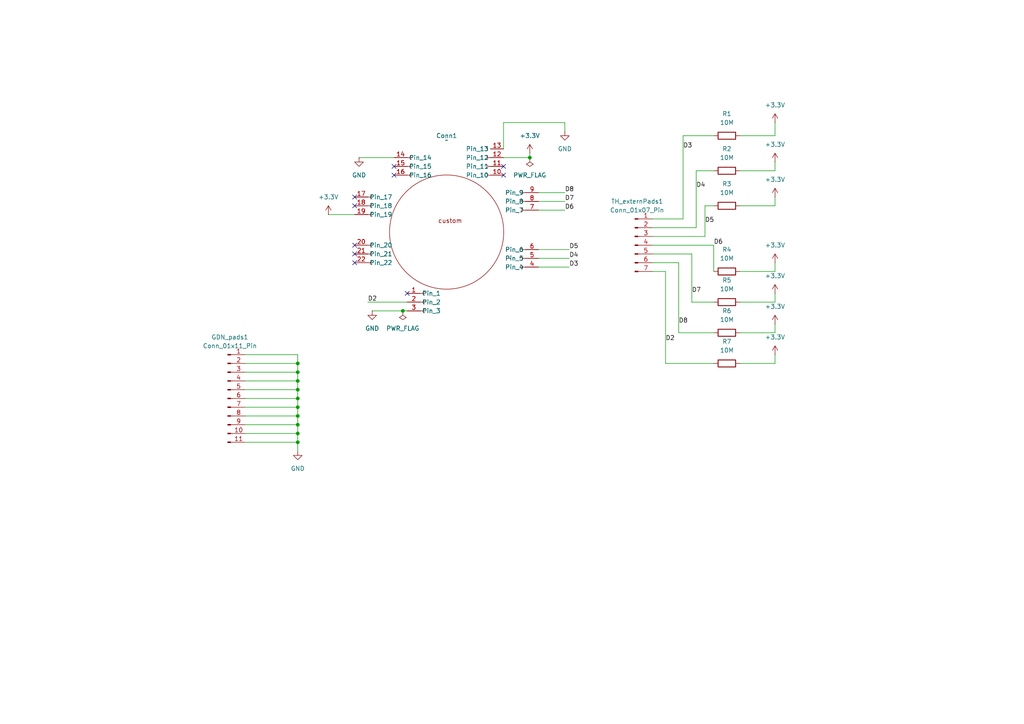
<source format=kicad_sch>
(kicad_sch (version 20231120) (generator "eeschema") (generator_version "8.0")
  (paper "A4")
  (lib_symbols
    (symbol "Connector:Conn_01x07_Pin" (pin_names (offset 1.016) hide)
      (property "Reference" "J" (at 0 10.16 0))
      (property "Value" "Conn_01x07_Pin" (at 0 -10.16 0))
      (symbol "Conn_01x07_Pin_1_1"
        (polyline (pts (xy 1.27 -7.62) (xy 0.8636 -7.62)) (stroke (width 0.1524)))
        (polyline (pts (xy 1.27 -5.08) (xy 0.8636 -5.08)) (stroke (width 0.1524)))
        (polyline (pts (xy 1.27 -2.54) (xy 0.8636 -2.54)) (stroke (width 0.1524)))
        (polyline (pts (xy 1.27 0) (xy 0.8636 0)) (stroke (width 0.1524)))
        (polyline (pts (xy 1.27 2.54) (xy 0.8636 2.54)) (stroke (width 0.1524)))
        (polyline (pts (xy 1.27 5.08) (xy 0.8636 5.08)) (stroke (width 0.1524)))
        (polyline (pts (xy 1.27 7.62) (xy 0.8636 7.62)) (stroke (width 0.1524)))
        (rectangle (start 0.8636 -7.493) (end 0 -7.747) (stroke (width 0.1524)) (fill (type outline)))
        (rectangle (start 0.8636 -4.953) (end 0 -5.207) (stroke (width 0.1524)) (fill (type outline)))
        (rectangle (start 0.8636 -2.413) (end 0 -2.667) (stroke (width 0.1524)) (fill (type outline)))
        (rectangle (start 0.8636 0.127) (end 0 -0.127) (stroke (width 0.1524)) (fill (type outline)))
        (rectangle (start 0.8636 2.667) (end 0 2.413) (stroke (width 0.1524)) (fill (type outline)))
        (rectangle (start 0.8636 5.207) (end 0 4.953) (stroke (width 0.1524)) (fill (type outline)))
        (rectangle (start 0.8636 7.747) (end 0 7.493) (stroke (width 0.1524)) (fill (type outline)))
        (pin passive line (at 5.08 7.62 180) (length 3.81) (name "Pin_1") (number "1"))
        (pin passive line (at 5.08 5.08 180) (length 3.81) (name "Pin_2") (number "2"))
        (pin passive line (at 5.08 2.54 180) (length 3.81) (name "Pin_3") (number "3"))
        (pin passive line (at 5.08 0 180) (length 3.81) (name "Pin_4") (number "4"))
        (pin passive line (at 5.08 -2.54 180) (length 3.81) (name "Pin_5") (number "5"))
        (pin passive line (at 5.08 -5.08 180) (length 3.81) (name "Pin_6") (number "6"))
        (pin passive line (at 5.08 -7.62 180) (length 3.81) (name "Pin_7") (number "7"))
      )
    )
    (symbol "Connector:Conn_01x11_Pin" (pin_names (offset 1.016) hide)
      (property "Reference" "J" (at 0 15.24 0))
      (property "Value" "Conn_01x11_Pin" (at 0 -15.24 0))
      (symbol "Conn_01x11_Pin_1_1"
        (polyline (pts (xy 1.27 -12.7) (xy 0.8636 -12.7)) (stroke (width 0.1524)))
        (polyline (pts (xy 1.27 -10.16) (xy 0.8636 -10.16)) (stroke (width 0.1524)))
        (polyline (pts (xy 1.27 -7.62) (xy 0.8636 -7.62)) (stroke (width 0.1524)))
        (polyline (pts (xy 1.27 -5.08) (xy 0.8636 -5.08)) (stroke (width 0.1524)))
        (polyline (pts (xy 1.27 -2.54) (xy 0.8636 -2.54)) (stroke (width 0.1524)))
        (polyline (pts (xy 1.27 0) (xy 0.8636 0)) (stroke (width 0.1524)))
        (polyline (pts (xy 1.27 2.54) (xy 0.8636 2.54)) (stroke (width 0.1524)))
        (polyline (pts (xy 1.27 5.08) (xy 0.8636 5.08)) (stroke (width 0.1524)))
        (polyline (pts (xy 1.27 7.62) (xy 0.8636 7.62)) (stroke (width 0.1524)))
        (polyline (pts (xy 1.27 10.16) (xy 0.8636 10.16)) (stroke (width 0.1524)))
        (polyline (pts (xy 1.27 12.7) (xy 0.8636 12.7)) (stroke (width 0.1524)))
        (rectangle (start 0.8636 -12.573) (end 0 -12.827) (stroke (width 0.1524)) (fill (type outline)))
        (rectangle (start 0.8636 -10.033) (end 0 -10.287) (stroke (width 0.1524)) (fill (type outline)))
        (rectangle (start 0.8636 -7.493) (end 0 -7.747) (stroke (width 0.1524)) (fill (type outline)))
        (rectangle (start 0.8636 -4.953) (end 0 -5.207) (stroke (width 0.1524)) (fill (type outline)))
        (rectangle (start 0.8636 -2.413) (end 0 -2.667) (stroke (width 0.1524)) (fill (type outline)))
        (rectangle (start 0.8636 0.127) (end 0 -0.127) (stroke (width 0.1524)) (fill (type outline)))
        (rectangle (start 0.8636 2.667) (end 0 2.413) (stroke (width 0.1524)) (fill (type outline)))
        (rectangle (start 0.8636 5.207) (end 0 4.953) (stroke (width 0.1524)) (fill (type outline)))
        (rectangle (start 0.8636 7.747) (end 0 7.493) (stroke (width 0.1524)) (fill (type outline)))
        (rectangle (start 0.8636 10.287) (end 0 10.033) (stroke (width 0.1524)) (fill (type outline)))
        (rectangle (start 0.8636 12.827) (end 0 12.573) (stroke (width 0.1524)) (fill (type outline)))
        (pin passive line (at 5.08 12.7 180) (length 3.81) (name "Pin_1") (number "1"))
        (pin passive line (at 5.08 -10.16 180) (length 3.81) (name "Pin_10") (number "10"))
        (pin passive line (at 5.08 -12.7 180) (length 3.81) (name "Pin_11") (number "11"))
        (pin passive line (at 5.08 10.16 180) (length 3.81) (name "Pin_2") (number "2"))
        (pin passive line (at 5.08 7.62 180) (length 3.81) (name "Pin_3") (number "3"))
        (pin passive line (at 5.08 5.08 180) (length 3.81) (name "Pin_4") (number "4"))
        (pin passive line (at 5.08 2.54 180) (length 3.81) (name "Pin_5") (number "5"))
        (pin passive line (at 5.08 0 180) (length 3.81) (name "Pin_6") (number "6"))
        (pin passive line (at 5.08 -2.54 180) (length 3.81) (name "Pin_7") (number "7"))
        (pin passive line (at 5.08 -5.08 180) (length 3.81) (name "Pin_8") (number "8"))
        (pin passive line (at 5.08 -7.62 180) (length 3.81) (name "Pin_9") (number "9"))
      )
    )
    (symbol "Device:R" (pin_numbers hide) (pin_names (offset 0))
      (property "Reference" "R" (at 2.032 0 90))
      (property "Value" "R" (at 0 0 90))
      (symbol "R_0_1"
        (rectangle (start -1.016 -2.54) (end 1.016 2.54) (stroke (width 0.254)))
      )
      (symbol "R_1_1"
        (pin passive line (at 0 3.81 270) (length 1.27) (name "~") (number "1"))
        (pin passive line (at 0 -3.81 90) (length 1.27) (name "~") (number "2"))
      )
    )
    (symbol "power:+3.3V" (power) (pin_numbers hide) (pin_names (offset 0) hide)
      (property "Value" "+3.3V" (at 0 3.556 0))
      (symbol "+3.3V_0_1"
        (polyline (pts (xy -0.762 1.27) (xy 0 2.54)))
        (polyline (pts (xy 0 0) (xy 0 2.54)))
        (polyline (pts (xy 0 2.54) (xy 0.762 1.27)))
      )
      (symbol "+3.3V_1_1"
        (pin power_in line (at 0 0 90) (length 0) (name "~") (number "1"))
      )
    )
    (symbol "power:GND" (power) (pin_numbers hide) (pin_names (offset 0) hide)
      (property "Value" "GND" (at 0 -3.81 0))
      (symbol "GND_0_1"
        (polyline (pts (xy 0 0) (xy 0 -1.27) (xy 1.27 -1.27) (xy 0 -2.54) (xy -1.27 -1.27) (xy 0 -1.27)))
      )
      (symbol "GND_1_1"
        (pin power_in line (at 0 0 270) (length 0) (name "~") (number "1"))
      )
    )
    (symbol "power:PWR_FLAG" (power) (pin_numbers hide) (pin_names (offset 0) hide)
      (property "Value" "PWR_FLAG" (at 0 3.81 0))
      (symbol "PWR_FLAG_0_0"
        (pin power_out line (at 0 0 90) (length 0) (name "~") (number "1"))
      )
      (symbol "PWR_FLAG_0_1"
        (polyline (pts (xy 0 0) (xy 0 1.27) (xy -1.016 1.905) (xy 0 2.54) (xy 1.016 1.905) (xy 0 1.27)))
      )
    )
    (symbol "rp2040_custom_symbols_rodolfo:rp2040_roundStamp_BIG"
      (property "Reference" "Conn" (at 0 0 0))
      (symbol "rp2040_roundStamp_BIG_0_1"
        (circle (center -1.27 -1.27) (radius 16.5588))
      )
      (symbol "rp2040_roundStamp_BIG_1_1"
        (arc (start -22.86 -9.652) (mid -23.3658 -10.16) (end -22.86 -10.668) (stroke (width 0.1524)))
        (arc (start -22.86 -7.112) (mid -23.3658 -7.62) (end -22.86 -8.128) (stroke (width 0.1524)))
        (arc (start -22.86 -4.572) (mid -23.3658 -5.08) (end -22.86 -5.588) (stroke (width 0.1524)))
        (arc (start -22.86 4.318) (mid -23.3658 3.81) (end -22.86 3.302) (stroke (width 0.1524)))
        (arc (start -22.86 6.858) (mid -23.3658 6.35) (end -22.86 5.842) (stroke (width 0.1524)))
        (arc (start -22.86 9.398) (mid -23.3658 8.89) (end -22.86 8.382) (stroke (width 0.1524)))
        (arc (start -11.43 15.748) (mid -11.9358 15.24) (end -11.43 14.732) (stroke (width 0.1524)))
        (arc (start -11.43 18.288) (mid -11.9358 17.78) (end -11.43 17.272) (stroke (width 0.1524)))
        (arc (start -11.43 20.828) (mid -11.9358 20.32) (end -11.43 19.812) (stroke (width 0.1524)))
        (arc (start -7.62 -23.622) (mid -8.1258 -24.13) (end -7.62 -24.638) (stroke (width 0.1524)))
        (arc (start -7.62 -21.082) (mid -8.1258 -21.59) (end -7.62 -22.098) (stroke (width 0.1524)))
        (arc (start -7.62 -18.542) (mid -8.1258 -19.05) (end -7.62 -19.558) (stroke (width 0.1524)))
        (polyline (pts (xy -24.13 -10.16) (xy -23.368 -10.16)) (stroke (width 0.1524)))
        (polyline (pts (xy -24.13 -7.62) (xy -23.368 -7.62)) (stroke (width 0.1524)))
        (polyline (pts (xy -24.13 -5.08) (xy -23.368 -5.08)) (stroke (width 0.1524)))
        (polyline (pts (xy -24.13 3.81) (xy -23.368 3.81)) (stroke (width 0.1524)))
        (polyline (pts (xy -24.13 6.35) (xy -23.368 6.35)) (stroke (width 0.1524)))
        (polyline (pts (xy -24.13 8.89) (xy -23.368 8.89)) (stroke (width 0.1524)))
        (polyline (pts (xy -12.7 15.24) (xy -11.938 15.24)) (stroke (width 0.1524)))
        (polyline (pts (xy -12.7 17.78) (xy -11.938 17.78)) (stroke (width 0.1524)))
        (polyline (pts (xy -12.7 20.32) (xy -11.938 20.32)) (stroke (width 0.1524)))
        (polyline (pts (xy -8.89 -24.13) (xy -8.128 -24.13)) (stroke (width 0.1524)))
        (polyline (pts (xy -8.89 -21.59) (xy -8.128 -21.59)) (stroke (width 0.1524)))
        (polyline (pts (xy -8.89 -19.05) (xy -8.128 -19.05)) (stroke (width 0.1524)))
        (polyline (pts (xy 11.43 15.24) (xy 10.668 15.24)) (stroke (width 0.1524)))
        (polyline (pts (xy 11.43 17.78) (xy 10.668 17.78)) (stroke (width 0.1524)))
        (polyline (pts (xy 11.43 20.32) (xy 10.668 20.32)) (stroke (width 0.1524)))
        (polyline (pts (xy 16.51 -8.89) (xy 17.272 -8.89)) (stroke (width 0.1524)))
        (polyline (pts (xy 21.59 -11.43) (xy 20.828 -11.43)) (stroke (width 0.1524)))
        (polyline (pts (xy 21.59 -8.89) (xy 20.828 -8.89)) (stroke (width 0.1524)))
        (polyline (pts (xy 21.59 -6.35) (xy 20.828 -6.35)) (stroke (width 0.1524)))
        (polyline (pts (xy 21.59 5.08) (xy 20.828 5.08)) (stroke (width 0.1524)))
        (polyline (pts (xy 21.59 7.62) (xy 20.828 7.62)) (stroke (width 0.1524)))
        (polyline (pts (xy 21.59 10.16) (xy 20.828 10.16)) (stroke (width 0.1524)))
        (arc (start 10.16 17.272) (mid 10.666 17.78) (end 10.16 18.288) (stroke (width 0.1524)))
        (arc (start 10.16 19.812) (mid 10.666 20.32) (end 10.16 20.828) (stroke (width 0.1524)))
        (arc (start 10.16 22.352) (mid 10.666 22.86) (end 10.16 23.368) (stroke (width 0.1524)))
        (arc (start 10.1622 14.732) (mid 10.668 15.24) (end 10.1622 15.748) (stroke (width 0.1524)))
        (arc (start 20.32 -11.938) (mid 20.828 -11.43) (end 20.32 -10.922) (stroke (width 0.1524)))
        (arc (start 20.32 -9.398) (mid 20.828 -8.89) (end 20.32 -8.382) (stroke (width 0.1524)))
        (arc (start 20.32 -6.858) (mid 20.828 -6.35) (end 20.32 -5.842) (stroke (width 0.1524)))
        (arc (start 20.32 4.572) (mid 20.828 5.08) (end 20.32 5.588) (stroke (width 0.1524)))
        (arc (start 20.32 7.112) (mid 20.828 7.62) (end 20.32 8.128) (stroke (width 0.1524)))
        (arc (start 20.3222 9.652) (mid 20.828 10.16) (end 20.3222 10.668) (stroke (width 0.1524)))
        (text "custom" (at -0.254 2.032 0) (effects (font (size 1.27 1.27))))
        (pin passive line (at -12.7 -19.05 0) (length 3.81) (name "Pin_1") (number "1"))
        (pin passive line (at 15.24 15.24 180) (length 3.81) (name "Pin_10") (number "10"))
        (pin passive line (at 15.24 17.78 180) (length 3.81) (name "Pin_11") (number "11"))
        (pin passive line (at 15.24 20.32 180) (length 3.81) (name "Pin_12") (number "12"))
        (pin passive line (at 15.24 22.86 180) (length 3.81) (name "Pin_13") (number "13"))
        (pin passive line (at -16.51 20.32 0) (length 3.81) (name "Pin_14") (number "14"))
        (pin passive line (at -16.51 17.78 0) (length 3.81) (name "Pin_15") (number "15"))
        (pin passive line (at -16.51 15.24 0) (length 3.81) (name "Pin_16") (number "16"))
        (pin passive line (at -27.94 8.89 0) (length 3.81) (name "Pin_17") (number "17"))
        (pin passive line (at -27.94 6.35 0) (length 3.81) (name "Pin_18") (number "18"))
        (pin passive line (at -27.94 3.81 0) (length 3.81) (name "Pin_19") (number "19"))
        (pin passive line (at -12.7 -21.59 0) (length 3.81) (name "Pin_2") (number "2"))
        (pin passive line (at -27.94 -5.08 0) (length 3.81) (name "Pin_20") (number "20"))
        (pin passive line (at -27.94 -7.62 0) (length 3.81) (name "Pin_21") (number "21"))
        (pin passive line (at -27.94 -10.16 0) (length 3.81) (name "Pin_22") (number "22"))
        (pin passive line (at -12.7 -24.13 0) (length 3.81) (name "Pin_3") (number "3"))
        (pin passive line (at 25.4 -11.43 180) (length 3.81) (name "Pin_4") (number "4"))
        (pin passive line (at 25.4 -8.89 180) (length 3.81) (name "Pin_5") (number "5"))
        (pin passive line (at 25.4 -6.35 180) (length 3.81) (name "Pin_6") (number "6"))
        (pin passive line (at 25.4 5.08 180) (length 3.81) (name "Pin_7") (number "7"))
        (pin passive line (at 25.4 7.62 180) (length 3.81) (name "Pin_8") (number "8"))
        (pin passive line (at 25.4 10.16 180) (length 3.81) (name "Pin_9") (number "9"))
      )
    )
  )
  (junction (at 86.36 118.11))
  (junction (at 86.36 107.95))
  (junction (at 86.36 110.49))
  (junction (at 86.36 105.41))
  (junction (at 86.36 113.03))
  (junction (at 86.36 123.19))
  (junction (at 86.36 115.57))
  (junction (at 86.36 125.73))
  (junction (at 86.36 120.65))
  (junction (at 86.36 128.27))
  (junction (at 116.84 90.17))
  (junction (at 153.67 45.72))
  (no_connect (at 118.11 85.09))
  (no_connect (at 102.87 59.69))
  (no_connect (at 114.3 50.8))
  (no_connect (at 146.05 50.8))
  (no_connect (at 102.87 73.66))
  (no_connect (at 102.87 57.15))
  (no_connect (at 114.3 48.26))
  (no_connect (at 146.05 48.26))
  (no_connect (at 102.87 71.12))
  (no_connect (at 102.87 76.2))
  (wire (pts (xy 86.36 113.03) (xy 86.36 110.49)))
  (wire (pts (xy 189.23 68.58) (xy 204.47 68.58)))
  (wire (pts (xy 201.93 66.04) (xy 201.93 49.53)))
  (wire (pts (xy 214.63 49.53) (xy 224.79 49.53)))
  (wire (pts (xy 193.04 105.41) (xy 207.01 105.41)))
  (wire (pts (xy 193.04 78.74) (xy 193.04 105.41)))
  (wire (pts (xy 224.79 105.41) (xy 224.79 102.87)))
  (wire (pts (xy 146.05 35.56) (xy 163.83 35.56)))
  (wire (pts (xy 204.47 68.58) (xy 204.47 59.69)))
  (wire (pts (xy 71.12 105.41) (xy 86.36 105.41)))
  (wire (pts (xy 198.12 39.37) (xy 207.01 39.37)))
  (wire (pts (xy 104.14 45.72) (xy 114.3 45.72)))
  (wire (pts (xy 116.84 90.17) (xy 118.11 90.17)))
  (wire (pts (xy 201.93 49.53) (xy 207.01 49.53)))
  (wire (pts (xy 224.79 49.53) (xy 224.79 46.99)))
  (wire (pts (xy 214.63 87.63) (xy 224.79 87.63)))
  (wire (pts (xy 106.68 87.63) (xy 118.11 87.63)))
  (wire (pts (xy 214.63 59.69) (xy 224.79 59.69)))
  (wire (pts (xy 95.25 62.23) (xy 102.87 62.23)))
  (wire (pts (xy 156.21 58.42) (xy 163.83 58.42)))
  (wire (pts (xy 86.36 118.11) (xy 86.36 120.65)))
  (wire (pts (xy 71.12 110.49) (xy 86.36 110.49)))
  (wire (pts (xy 86.36 107.95) (xy 86.36 105.41)))
  (wire (pts (xy 189.23 66.04) (xy 201.93 66.04)))
  (wire (pts (xy 189.23 78.74) (xy 193.04 78.74)))
  (wire (pts (xy 224.79 78.74) (xy 224.79 76.2)))
  (wire (pts (xy 86.36 120.65) (xy 86.36 123.19)))
  (wire (pts (xy 200.66 87.63) (xy 207.01 87.63)))
  (wire (pts (xy 156.21 72.39) (xy 165.1 72.39)))
  (wire (pts (xy 153.67 45.72) (xy 153.67 44.45)))
  (wire (pts (xy 189.23 76.2) (xy 196.85 76.2)))
  (wire (pts (xy 86.36 110.49) (xy 86.36 107.95)))
  (wire (pts (xy 71.12 125.73) (xy 86.36 125.73)))
  (wire (pts (xy 214.63 39.37) (xy 224.79 39.37)))
  (wire (pts (xy 214.63 78.74) (xy 224.79 78.74)))
  (wire (pts (xy 71.12 120.65) (xy 86.36 120.65)))
  (wire (pts (xy 86.36 105.41) (xy 86.36 102.87)))
  (wire (pts (xy 224.79 93.98) (xy 224.79 96.52)))
  (wire (pts (xy 163.83 35.56) (xy 163.83 38.1)))
  (wire (pts (xy 156.21 74.93) (xy 165.1 74.93)))
  (wire (pts (xy 189.23 73.66) (xy 200.66 73.66)))
  (wire (pts (xy 224.79 87.63) (xy 224.79 85.09)))
  (wire (pts (xy 156.21 60.96) (xy 163.83 60.96)))
  (wire (pts (xy 86.36 123.19) (xy 86.36 125.73)))
  (wire (pts (xy 107.95 90.17) (xy 116.84 90.17)))
  (wire (pts (xy 224.79 59.69) (xy 224.79 57.15)))
  (wire (pts (xy 146.05 43.18) (xy 146.05 35.56)))
  (wire (pts (xy 71.12 118.11) (xy 86.36 118.11)))
  (wire (pts (xy 71.12 128.27) (xy 86.36 128.27)))
  (wire (pts (xy 198.12 63.5) (xy 198.12 39.37)))
  (wire (pts (xy 214.63 105.41) (xy 224.79 105.41)))
  (wire (pts (xy 189.23 71.12) (xy 207.01 71.12)))
  (wire (pts (xy 86.36 128.27) (xy 86.36 130.81)))
  (wire (pts (xy 214.63 96.52) (xy 224.79 96.52)))
  (wire (pts (xy 71.12 123.19) (xy 86.36 123.19)))
  (wire (pts (xy 71.12 107.95) (xy 86.36 107.95)))
  (wire (pts (xy 86.36 115.57) (xy 86.36 113.03)))
  (wire (pts (xy 224.79 39.37) (xy 224.79 35.56)))
  (wire (pts (xy 196.85 96.52) (xy 207.01 96.52)))
  (wire (pts (xy 156.21 77.47) (xy 165.1 77.47)))
  (wire (pts (xy 71.12 115.57) (xy 86.36 115.57)))
  (wire (pts (xy 71.12 113.03) (xy 86.36 113.03)))
  (wire (pts (xy 86.36 118.11) (xy 86.36 115.57)))
  (wire (pts (xy 200.66 73.66) (xy 200.66 87.63)))
  (wire (pts (xy 156.21 55.88) (xy 163.83 55.88)))
  (wire (pts (xy 146.05 45.72) (xy 153.67 45.72)))
  (wire (pts (xy 86.36 125.73) (xy 86.36 128.27)))
  (wire (pts (xy 204.47 59.69) (xy 207.01 59.69)))
  (wire (pts (xy 196.85 76.2) (xy 196.85 96.52)))
  (wire (pts (xy 189.23 63.5) (xy 198.12 63.5)))
  (wire (pts (xy 86.36 102.87) (xy 71.12 102.87)))
  (wire (pts (xy 207.01 71.12) (xy 207.01 78.74)))
  (label "D4" (at 201.93 54.61 0))
  (label "D7" (at 200.66 85.09 0))
  (label "D3" (at 198.12 43.18 0))
  (label "D5" (at 165.1 72.39 0))
  (label "D3" (at 165.1 77.47 0))
  (label "D6" (at 163.83 60.96 0))
  (label "D8" (at 196.85 93.98 0))
  (label "D4" (at 165.1 74.93 0))
  (label "D7" (at 163.83 58.42 0))
  (label "D2" (at 193.04 99.06 0))
  (label "D8" (at 163.83 55.88 0))
  (label "D5" (at 204.47 64.77 0))
  (label "D6" (at 207.01 71.12 0))
  (label "D2" (at 106.68 87.63 0))
  (symbol (lib_id "power:+3.3V") (at 224.79 35.56 0) (unit 1)
    (property "Reference" "#PWR05" (effects (hide yes)))
    (property "Value" "+3.3V" (at 224.79 30.48 0))
    (property "Description" "Power symbol creates a global label with name \"+3.3V\"" (effects (hide yes)))
  )
  (symbol (lib_id "power:+3.3V") (at 224.79 85.09 0) (unit 1)
    (property "Reference" "#PWR09" (effects (hide yes)))
    (property "Value" "+3.3V" (at 224.79 80.01 0))
    (property "Description" "Power symbol creates a global label with name \"+3.3V\"" (effects (hide yes)))
  )
  (symbol (lib_id "power:GND") (at 104.14 45.72 0) (unit 1)
    (property "Reference" "#PWR02" (effects (hide yes)))
    (property "Value" "GND" (at 104.14 50.8 0))
    (property "Description" "Power symbol creates a global label with name \"GND\" , ground" (effects (hide yes)))
  )
  (symbol (lib_id "power:GND") (at 107.95 90.17 0) (unit 1)
    (property "Reference" "#PWR03" (effects (hide yes)))
    (property "Value" "GND" (at 107.95 95.25 0))
    (property "Description" "Power symbol creates a global label with name \"GND\" , ground" (effects (hide yes)))
  )
  (symbol (lib_id "Device:R") (at 210.82 59.69 90) (unit 1)
    (property "Reference" "R3" (at 210.82 53.34 90))
    (property "Value" "10M" (at 210.82 55.88 90))
    (property "Footprint" "Resistor_SMD:R_0402_1005Metric_Pad0.72x0.64mm_HandSolder" (effects (hide yes)))
    (property "Description" "Resistor" (effects (hide yes)))
  )
  (symbol (lib_id "power:PWR_FLAG") (at 116.84 90.17 180) (unit 1)
    (property "Reference" "#FLG01" (effects (hide yes)))
    (property "Value" "PWR_FLAG" (at 116.84 95.25 0))
    (property "Description" "Special symbol for telling ERC where power comes from" (effects (hide yes)))
  )
  (symbol (lib_id "Device:R") (at 210.82 105.41 90) (unit 1)
    (property "Reference" "R7" (at 210.82 99.06 90))
    (property "Value" "10M" (at 210.82 101.6 90))
    (property "Footprint" "Resistor_SMD:R_0402_1005Metric_Pad0.72x0.64mm_HandSolder" (effects (hide yes)))
    (property "Description" "Resistor" (effects (hide yes)))
  )
  (symbol (lib_id "Device:R") (at 210.82 87.63 90) (unit 1)
    (property "Reference" "R5" (at 210.82 81.28 90))
    (property "Value" "10M" (at 210.82 83.82 90))
    (property "Footprint" "Resistor_SMD:R_0402_1005Metric_Pad0.72x0.64mm_HandSolder" (effects (hide yes)))
    (property "Description" "Resistor" (effects (hide yes)))
  )
  (symbol (lib_id "Device:R") (at 210.82 39.37 90) (unit 1)
    (property "Reference" "R1" (at 210.82 33.02 90))
    (property "Value" "10M" (at 210.82 35.56 90))
    (property "Footprint" "Resistor_SMD:R_0402_1005Metric_Pad0.72x0.64mm_HandSolder" (effects (hide yes)))
    (property "Description" "Resistor" (effects (hide yes)))
  )
  (symbol (lib_id "Connector:Conn_01x07_Pin") (at 184.15 71.12 0) (unit 1)
    (property "Reference" "TH_externPads1" (at 184.785 58.42 0))
    (property "Value" "Conn_01x07_Pin" (at 184.785 60.96 0))
    (property "Footprint" "rp2040_custom_footprints_rodolfo:mky_mky_externPads" (effects (hide yes)))
    (property "Description" "Generic connector, single row, 01x07, script generated" (effects (hide yes)))
  )
  (symbol (lib_id "power:+3.3V") (at 95.25 62.23 0) (unit 1)
    (property "Reference" "#PWR012" (effects (hide yes)))
    (property "Value" "+3.3V" (at 95.25 57.15 0))
    (property "Description" "Power symbol creates a global label with name \"+3.3V\"" (effects (hide yes)))
  )
  (symbol (lib_id "power:+3.3V") (at 153.67 44.45 0) (unit 1)
    (property "Reference" "#PWR04" (effects (hide yes)))
    (property "Value" "+3.3V" (at 153.67 39.37 0))
    (property "Description" "Power symbol creates a global label with name \"+3.3V\"" (effects (hide yes)))
  )
  (symbol (lib_id "Connector:Conn_01x11_Pin") (at 66.04 115.57 0) (unit 1)
    (property "Reference" "GDN_pads1" (at 66.675 97.79 0))
    (property "Value" "Conn_01x11_Pin" (at 66.675 100.33 0))
    (property "Footprint" "rp2040_custom_footprints_rodolfo:mky_mky_complete_GND" (effects (hide yes)))
    (property "Description" "Generic connector, single row, 01x11, script generated" (effects (hide yes)))
  )
  (symbol (lib_id "Device:R") (at 210.82 49.53 90) (unit 1)
    (property "Reference" "R2" (at 210.82 43.18 90))
    (property "Value" "10M" (at 210.82 45.72 90))
    (property "Footprint" "Resistor_SMD:R_0402_1005Metric_Pad0.72x0.64mm_HandSolder" (effects (hide yes)))
    (property "Description" "Resistor" (effects (hide yes)))
  )
  (symbol (lib_id "Device:R") (at 210.82 96.52 90) (unit 1)
    (property "Reference" "R6" (at 210.82 90.17 90))
    (property "Value" "10M" (at 210.82 92.71 90))
    (property "Footprint" "Resistor_SMD:R_0402_1005Metric_Pad0.72x0.64mm_HandSolder" (effects (hide yes)))
    (property "Description" "Resistor" (effects (hide yes)))
  )
  (symbol (lib_id "power:+3.3V") (at 224.79 102.87 0) (unit 1)
    (property "Reference" "#PWR011" (effects (hide yes)))
    (property "Value" "+3.3V" (at 224.79 97.79 0))
    (property "Description" "Power symbol creates a global label with name \"+3.3V\"" (effects (hide yes)))
  )
  (symbol (lib_id "power:GND") (at 163.83 38.1 0) (unit 1)
    (property "Reference" "#PWR013" (effects (hide yes)))
    (property "Value" "GND" (at 163.83 43.18 0))
    (property "Description" "Power symbol creates a global label with name \"GND\" , ground" (effects (hide yes)))
  )
  (symbol (lib_id "power:+3.3V") (at 224.79 93.98 0) (unit 1)
    (property "Reference" "#PWR010" (effects (hide yes)))
    (property "Value" "+3.3V" (at 224.79 88.9 0))
    (property "Description" "Power symbol creates a global label with name \"+3.3V\"" (effects (hide yes)))
  )
  (symbol (lib_id "power:+3.3V") (at 224.79 57.15 0) (unit 1)
    (property "Reference" "#PWR07" (effects (hide yes)))
    (property "Value" "+3.3V" (at 224.79 52.07 0))
    (property "Description" "Power symbol creates a global label with name \"+3.3V\"" (effects (hide yes)))
  )
  (symbol (lib_id "power:GND") (at 86.36 130.81 0) (unit 1)
    (property "Reference" "#PWR01" (effects (hide yes)))
    (property "Value" "GND" (at 86.36 135.89 0))
    (property "Description" "Power symbol creates a global label with name \"GND\" , ground" (effects (hide yes)))
  )
  (symbol (lib_id "Device:R") (at 210.82 78.74 90) (unit 1)
    (property "Reference" "R4" (at 210.82 72.39 90))
    (property "Value" "10M" (at 210.82 74.93 90))
    (property "Footprint" "Resistor_SMD:R_0402_1005Metric_Pad0.72x0.64mm_HandSolder" (effects (hide yes)))
    (property "Description" "Resistor" (effects (hide yes)))
  )
  (symbol (lib_id "rp2040_custom_symbols_rodolfo:rp2040_roundStamp_BIG") (at 130.81 66.04 0) (unit 1)
    (property "Reference" "Conn1" (at 129.54 39.37 0))
    (property "Value" "~" (at 129.54 40.64 0))
    (property "Footprint" "rp2040_custom_footprints_rodolfo:mky_mky_boardPads" (effects (hide yes)))
  )
  (symbol (lib_id "power:+3.3V") (at 224.79 46.99 0) (unit 1)
    (property "Reference" "#PWR06" (effects (hide yes)))
    (property "Value" "+3.3V" (at 224.79 41.91 0))
    (property "Description" "Power symbol creates a global label with name \"+3.3V\"" (effects (hide yes)))
  )
  (symbol (lib_id "power:PWR_FLAG") (at 153.67 45.72 180) (unit 1)
    (property "Reference" "#FLG02" (effects (hide yes)))
    (property "Value" "PWR_FLAG" (at 153.67 50.8 0))
    (property "Description" "Special symbol for telling ERC where power comes from" (effects (hide yes)))
  )
  (symbol (lib_id "power:+3.3V") (at 224.79 76.2 0) (unit 1)
    (property "Reference" "#PWR08" (effects (hide yes)))
    (property "Value" "+3.3V" (at 224.79 71.12 0))
    (property "Description" "Power symbol creates a global label with name \"+3.3V\"" (effects (hide yes)))
  )
)
</source>
